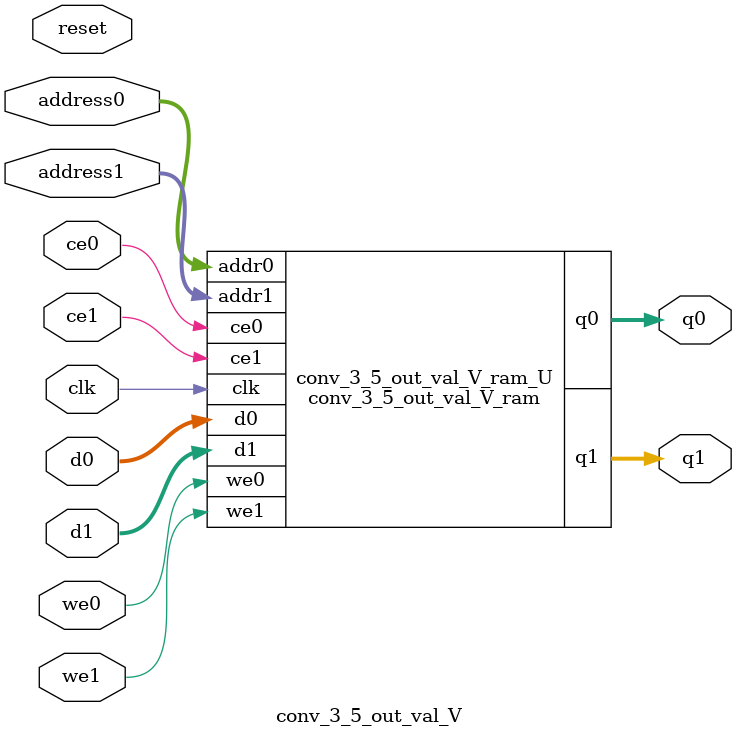
<source format=v>

`timescale 1 ns / 1 ps
module conv_3_5_out_val_V_ram (addr0, ce0, d0, we0, q0, addr1, ce1, d1, we1, q1,  clk);

parameter DWIDTH = 16;
parameter AWIDTH = 4;
parameter MEM_SIZE = 16;

input[AWIDTH-1:0] addr0;
input ce0;
input[DWIDTH-1:0] d0;
input we0;
output reg[DWIDTH-1:0] q0;
input[AWIDTH-1:0] addr1;
input ce1;
input[DWIDTH-1:0] d1;
input we1;
output reg[DWIDTH-1:0] q1;
input clk;

(* ram_style = "block" *)reg [DWIDTH-1:0] ram[0:MEM_SIZE-1];




always @(posedge clk)  
begin 
    if (ce0) 
    begin
        if (we0) 
        begin 
            ram[addr0] <= d0; 
            q0 <= d0;
        end 
        else 
            q0 <= ram[addr0];
    end
end


always @(posedge clk)  
begin 
    if (ce1) 
    begin
        if (we1) 
        begin 
            ram[addr1] <= d1; 
            q1 <= d1;
        end 
        else 
            q1 <= ram[addr1];
    end
end


endmodule


`timescale 1 ns / 1 ps
module conv_3_5_out_val_V(
    reset,
    clk,
    address0,
    ce0,
    we0,
    d0,
    q0,
    address1,
    ce1,
    we1,
    d1,
    q1);

parameter DataWidth = 32'd16;
parameter AddressRange = 32'd16;
parameter AddressWidth = 32'd4;
input reset;
input clk;
input[AddressWidth - 1:0] address0;
input ce0;
input we0;
input[DataWidth - 1:0] d0;
output[DataWidth - 1:0] q0;
input[AddressWidth - 1:0] address1;
input ce1;
input we1;
input[DataWidth - 1:0] d1;
output[DataWidth - 1:0] q1;



conv_3_5_out_val_V_ram conv_3_5_out_val_V_ram_U(
    .clk( clk ),
    .addr0( address0 ),
    .ce0( ce0 ),
    .d0( d0 ),
    .we0( we0 ),
    .q0( q0 ),
    .addr1( address1 ),
    .ce1( ce1 ),
    .d1( d1 ),
    .we1( we1 ),
    .q1( q1 ));

endmodule


</source>
